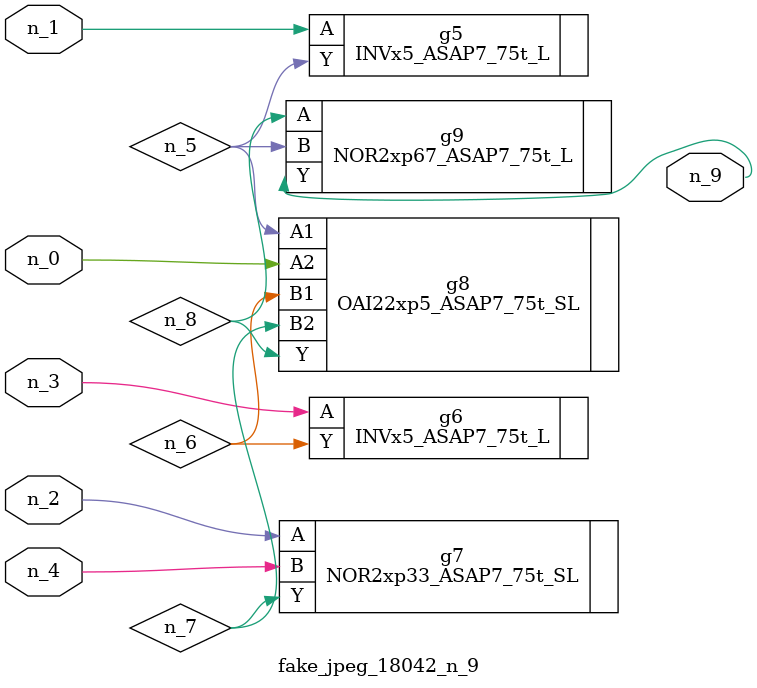
<source format=v>
module fake_jpeg_18042_n_9 (n_3, n_2, n_1, n_0, n_4, n_9);

input n_3;
input n_2;
input n_1;
input n_0;
input n_4;

output n_9;

wire n_8;
wire n_6;
wire n_5;
wire n_7;

INVx5_ASAP7_75t_L g5 ( 
.A(n_1),
.Y(n_5)
);

INVx5_ASAP7_75t_L g6 ( 
.A(n_3),
.Y(n_6)
);

NOR2xp33_ASAP7_75t_SL g7 ( 
.A(n_2),
.B(n_4),
.Y(n_7)
);

OAI22xp5_ASAP7_75t_SL g8 ( 
.A1(n_5),
.A2(n_0),
.B1(n_6),
.B2(n_7),
.Y(n_8)
);

NOR2xp67_ASAP7_75t_L g9 ( 
.A(n_8),
.B(n_5),
.Y(n_9)
);


endmodule
</source>
